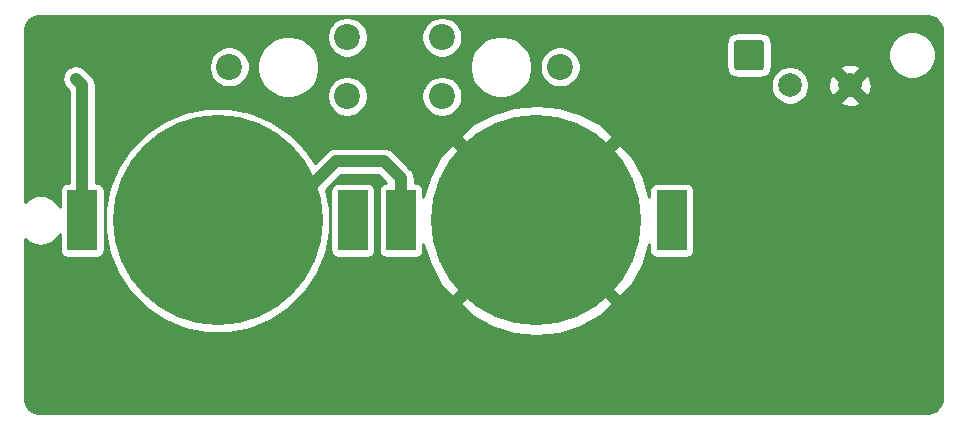
<source format=gbr>
%TF.GenerationSoftware,KiCad,Pcbnew,(5.1.12)-1*%
%TF.CreationDate,2021-12-21T10:33:20-05:00*%
%TF.ProjectId,stylophone,7374796c-6f70-4686-9f6e-652e6b696361,rev?*%
%TF.SameCoordinates,Original*%
%TF.FileFunction,Copper,L2,Bot*%
%TF.FilePolarity,Positive*%
%FSLAX46Y46*%
G04 Gerber Fmt 4.6, Leading zero omitted, Abs format (unit mm)*
G04 Created by KiCad (PCBNEW (5.1.12)-1) date 2021-12-21 10:33:20*
%MOMM*%
%LPD*%
G01*
G04 APERTURE LIST*
%TA.AperFunction,ComponentPad*%
%ADD10C,2.000000*%
%TD*%
%TA.AperFunction,SMDPad,CuDef*%
%ADD11C,17.800000*%
%TD*%
%TA.AperFunction,SMDPad,CuDef*%
%ADD12R,2.500000X5.100000*%
%TD*%
%TA.AperFunction,ComponentPad*%
%ADD13C,2.200000*%
%TD*%
%TA.AperFunction,ViaPad*%
%ADD14C,1.000000*%
%TD*%
%TA.AperFunction,Conductor*%
%ADD15C,1.000000*%
%TD*%
%TA.AperFunction,Conductor*%
%ADD16C,0.254000*%
%TD*%
%TA.AperFunction,Conductor*%
%ADD17C,0.100000*%
%TD*%
G04 APERTURE END LIST*
D10*
%TO.P,LS1,2*%
%TO.N,GND*%
X163540000Y-70570000D03*
%TO.P,LS1,1*%
%TO.N,Net-(C1-Pad1)*%
X158460000Y-70570000D03*
%TD*%
D11*
%TO.P,B2,2*%
%TO.N,GND*%
X137000000Y-82000000D03*
D12*
%TO.P,B2,*%
%TO.N,*%
X148450000Y-82000000D03*
%TO.P,B2,1*%
%TO.N,Net-(B1-Pad2)*%
X125550000Y-82000000D03*
%TD*%
D11*
%TO.P,B1,2*%
%TO.N,Net-(B1-Pad2)*%
X110000000Y-82000000D03*
D12*
%TO.P,B1,*%
%TO.N,*%
X121450000Y-82000000D03*
%TO.P,B1,1*%
%TO.N,Net-(B1-Pad1)*%
X98550000Y-82000000D03*
%TD*%
%TO.P,TP1,1*%
%TO.N,STYLUS*%
%TA.AperFunction,ComponentPad*%
G36*
G01*
X156025001Y-69275000D02*
X153974999Y-69275000D01*
G75*
G02*
X153725000Y-69025001I0J249999D01*
G01*
X153725000Y-66974999D01*
G75*
G02*
X153974999Y-66725000I249999J0D01*
G01*
X156025001Y-66725000D01*
G75*
G02*
X156275000Y-66974999I0J-249999D01*
G01*
X156275000Y-69025001D01*
G75*
G02*
X156025001Y-69275000I-249999J0D01*
G01*
G37*
%TD.AperFunction*%
%TD*%
D13*
%TO.P,VR2,1*%
%TO.N,Net-(R6-Pad1)*%
X129000000Y-66500000D03*
%TO.P,VR2,2*%
%TO.N,Net-(R5-Pad2)*%
X139000000Y-69000000D03*
%TO.P,VR2,3*%
%TO.N,Net-(R3-Pad2)*%
X129000000Y-71500000D03*
%TD*%
%TO.P,VR1,1*%
%TO.N,Net-(VR1-Pad1)*%
X121000000Y-71500000D03*
%TO.P,VR1,2*%
%TO.N,Net-(R1-Pad2)*%
X111000000Y-69000000D03*
%TO.P,VR1,3*%
%TO.N,STYLUS*%
X121000000Y-66500000D03*
%TD*%
D14*
%TO.N,GND*%
X144500000Y-79900000D03*
X159000000Y-79000000D03*
X156300000Y-79400000D03*
%TO.N,Net-(B1-Pad1)*%
X98000000Y-70000000D03*
%TD*%
D15*
%TO.N,Net-(B1-Pad2)*%
X110000000Y-82000000D02*
X115000000Y-82000000D01*
X115000000Y-82000000D02*
X120000000Y-77000000D01*
X125550000Y-78450000D02*
X125550000Y-82000000D01*
X124100000Y-77000000D02*
X125550000Y-78450000D01*
X120000000Y-77000000D02*
X124100000Y-77000000D01*
%TO.N,Net-(B1-Pad1)*%
X98550000Y-70550000D02*
X98000000Y-70000000D01*
X98550000Y-82000000D02*
X98550000Y-70550000D01*
%TD*%
D16*
%TO.N,GND*%
X170259659Y-64688625D02*
X170509429Y-64764035D01*
X170739792Y-64886522D01*
X170941980Y-65051422D01*
X171108286Y-65252450D01*
X171232378Y-65481954D01*
X171309531Y-65731195D01*
X171340000Y-66021089D01*
X171340001Y-96967711D01*
X171311375Y-97259660D01*
X171235965Y-97509429D01*
X171113477Y-97739794D01*
X170948579Y-97941979D01*
X170747546Y-98108288D01*
X170518046Y-98232378D01*
X170268805Y-98309531D01*
X169978911Y-98340000D01*
X95032279Y-98340000D01*
X94740340Y-98311375D01*
X94490571Y-98235965D01*
X94260206Y-98113477D01*
X94058021Y-97948579D01*
X93891712Y-97747546D01*
X93767622Y-97518046D01*
X93690469Y-97268805D01*
X93660000Y-96978911D01*
X93660000Y-83588547D01*
X93660655Y-83589345D01*
X93947683Y-83824903D01*
X94275152Y-83999939D01*
X94630476Y-84107725D01*
X95000000Y-84144120D01*
X95369523Y-84107725D01*
X95724847Y-83999939D01*
X96052317Y-83824903D01*
X96339345Y-83589345D01*
X96574903Y-83302317D01*
X96661928Y-83139505D01*
X96661928Y-84550000D01*
X96674188Y-84674482D01*
X96710498Y-84794180D01*
X96769463Y-84904494D01*
X96848815Y-85001185D01*
X96945506Y-85080537D01*
X97055820Y-85139502D01*
X97175518Y-85175812D01*
X97300000Y-85188072D01*
X99800000Y-85188072D01*
X99924482Y-85175812D01*
X100044180Y-85139502D01*
X100154494Y-85080537D01*
X100251185Y-85001185D01*
X100330537Y-84904494D01*
X100389502Y-84794180D01*
X100425812Y-84674482D01*
X100438072Y-84550000D01*
X100438072Y-81060884D01*
X100465000Y-81060884D01*
X100465000Y-82939116D01*
X100831424Y-84781257D01*
X101550192Y-86516516D01*
X102593682Y-88078208D01*
X103921792Y-89406318D01*
X105483484Y-90449808D01*
X107218743Y-91168576D01*
X109060884Y-91535000D01*
X110939116Y-91535000D01*
X112781257Y-91168576D01*
X114516516Y-90449808D01*
X116078208Y-89406318D01*
X116460805Y-89023721D01*
X130503781Y-89023721D01*
X131560897Y-90120869D01*
X133249711Y-91025945D01*
X135082646Y-91584159D01*
X136989264Y-91774059D01*
X138896295Y-91588348D01*
X140730452Y-91034162D01*
X142421250Y-90132798D01*
X142439103Y-90120869D01*
X143496219Y-89023721D01*
X137000000Y-82527502D01*
X130503781Y-89023721D01*
X116460805Y-89023721D01*
X117406318Y-88078208D01*
X118449808Y-86516516D01*
X119168576Y-84781257D01*
X119535000Y-82939116D01*
X119535000Y-81060884D01*
X119214576Y-79450000D01*
X119561928Y-79450000D01*
X119561928Y-84550000D01*
X119574188Y-84674482D01*
X119610498Y-84794180D01*
X119669463Y-84904494D01*
X119748815Y-85001185D01*
X119845506Y-85080537D01*
X119955820Y-85139502D01*
X120075518Y-85175812D01*
X120200000Y-85188072D01*
X122700000Y-85188072D01*
X122824482Y-85175812D01*
X122944180Y-85139502D01*
X123054494Y-85080537D01*
X123151185Y-85001185D01*
X123230537Y-84904494D01*
X123289502Y-84794180D01*
X123325812Y-84674482D01*
X123338072Y-84550000D01*
X123338072Y-79450000D01*
X123325812Y-79325518D01*
X123289502Y-79205820D01*
X123230537Y-79095506D01*
X123151185Y-78998815D01*
X123054494Y-78919463D01*
X122944180Y-78860498D01*
X122824482Y-78824188D01*
X122700000Y-78811928D01*
X120200000Y-78811928D01*
X120075518Y-78824188D01*
X119955820Y-78860498D01*
X119845506Y-78919463D01*
X119748815Y-78998815D01*
X119669463Y-79095506D01*
X119610498Y-79205820D01*
X119574188Y-79325518D01*
X119561928Y-79450000D01*
X119214576Y-79450000D01*
X119204713Y-79400418D01*
X120470132Y-78135000D01*
X123629869Y-78135000D01*
X124306796Y-78811928D01*
X124300000Y-78811928D01*
X124175518Y-78824188D01*
X124055820Y-78860498D01*
X123945506Y-78919463D01*
X123848815Y-78998815D01*
X123769463Y-79095506D01*
X123710498Y-79205820D01*
X123674188Y-79325518D01*
X123661928Y-79450000D01*
X123661928Y-84550000D01*
X123674188Y-84674482D01*
X123710498Y-84794180D01*
X123769463Y-84904494D01*
X123848815Y-85001185D01*
X123945506Y-85080537D01*
X124055820Y-85139502D01*
X124175518Y-85175812D01*
X124300000Y-85188072D01*
X126800000Y-85188072D01*
X126924482Y-85175812D01*
X127044180Y-85139502D01*
X127154494Y-85080537D01*
X127251185Y-85001185D01*
X127330537Y-84904494D01*
X127389502Y-84794180D01*
X127425812Y-84674482D01*
X127438072Y-84550000D01*
X127438072Y-83983736D01*
X127965838Y-85730452D01*
X128867202Y-87421250D01*
X128879131Y-87439103D01*
X129976279Y-88496219D01*
X136472498Y-82000000D01*
X137527502Y-82000000D01*
X144023721Y-88496219D01*
X145120869Y-87439103D01*
X146025945Y-85750289D01*
X146561928Y-83990351D01*
X146561928Y-84550000D01*
X146574188Y-84674482D01*
X146610498Y-84794180D01*
X146669463Y-84904494D01*
X146748815Y-85001185D01*
X146845506Y-85080537D01*
X146955820Y-85139502D01*
X147075518Y-85175812D01*
X147200000Y-85188072D01*
X149700000Y-85188072D01*
X149824482Y-85175812D01*
X149944180Y-85139502D01*
X150054494Y-85080537D01*
X150151185Y-85001185D01*
X150230537Y-84904494D01*
X150289502Y-84794180D01*
X150325812Y-84674482D01*
X150338072Y-84550000D01*
X150338072Y-79450000D01*
X150325812Y-79325518D01*
X150289502Y-79205820D01*
X150230537Y-79095506D01*
X150151185Y-78998815D01*
X150054494Y-78919463D01*
X149944180Y-78860498D01*
X149824482Y-78824188D01*
X149700000Y-78811928D01*
X147200000Y-78811928D01*
X147075518Y-78824188D01*
X146955820Y-78860498D01*
X146845506Y-78919463D01*
X146748815Y-78998815D01*
X146669463Y-79095506D01*
X146610498Y-79205820D01*
X146574188Y-79325518D01*
X146561928Y-79450000D01*
X146561928Y-80016264D01*
X146034162Y-78269548D01*
X145132798Y-76578750D01*
X145120869Y-76560897D01*
X144023721Y-75503781D01*
X137527502Y-82000000D01*
X136472498Y-82000000D01*
X129976279Y-75503781D01*
X128879131Y-76560897D01*
X127974055Y-78249711D01*
X127438072Y-80009649D01*
X127438072Y-79450000D01*
X127425812Y-79325518D01*
X127389502Y-79205820D01*
X127330537Y-79095506D01*
X127251185Y-78998815D01*
X127154494Y-78919463D01*
X127044180Y-78860498D01*
X126924482Y-78824188D01*
X126800000Y-78811928D01*
X126685000Y-78811928D01*
X126685000Y-78505752D01*
X126690491Y-78450000D01*
X126668577Y-78227501D01*
X126603676Y-78013553D01*
X126498284Y-77816377D01*
X126391989Y-77686856D01*
X126391987Y-77686854D01*
X126356449Y-77643551D01*
X126313146Y-77608013D01*
X124941995Y-76236864D01*
X124906449Y-76193551D01*
X124733623Y-76051716D01*
X124536447Y-75946324D01*
X124322499Y-75881423D01*
X124155752Y-75865000D01*
X124155751Y-75865000D01*
X124100000Y-75859509D01*
X124044249Y-75865000D01*
X120055752Y-75865000D01*
X120000000Y-75859509D01*
X119944248Y-75865000D01*
X119777501Y-75881423D01*
X119563553Y-75946324D01*
X119366377Y-76051716D01*
X119193551Y-76193551D01*
X119158009Y-76236859D01*
X118234146Y-77160723D01*
X117406318Y-75921792D01*
X116460805Y-74976279D01*
X130503781Y-74976279D01*
X137000000Y-81472498D01*
X143496219Y-74976279D01*
X142439103Y-73879131D01*
X140750289Y-72974055D01*
X138917354Y-72415841D01*
X137010736Y-72225941D01*
X135103705Y-72411652D01*
X133269548Y-72965838D01*
X131578750Y-73867202D01*
X131560897Y-73879131D01*
X130503781Y-74976279D01*
X116460805Y-74976279D01*
X116078208Y-74593682D01*
X114516516Y-73550192D01*
X112781257Y-72831424D01*
X110939116Y-72465000D01*
X109060884Y-72465000D01*
X107218743Y-72831424D01*
X105483484Y-73550192D01*
X103921792Y-74593682D01*
X102593682Y-75921792D01*
X101550192Y-77483484D01*
X100831424Y-79218743D01*
X100465000Y-81060884D01*
X100438072Y-81060884D01*
X100438072Y-79450000D01*
X100425812Y-79325518D01*
X100389502Y-79205820D01*
X100330537Y-79095506D01*
X100251185Y-78998815D01*
X100154494Y-78919463D01*
X100044180Y-78860498D01*
X99924482Y-78824188D01*
X99800000Y-78811928D01*
X99685000Y-78811928D01*
X99685000Y-70605741D01*
X99690490Y-70549999D01*
X99685000Y-70494257D01*
X99685000Y-70494248D01*
X99668577Y-70327501D01*
X99603676Y-70113553D01*
X99498284Y-69916377D01*
X99356449Y-69743551D01*
X99313135Y-69708004D01*
X98881614Y-69276483D01*
X98881612Y-69276480D01*
X98723520Y-69118388D01*
X98676921Y-69087251D01*
X98633622Y-69051717D01*
X98584224Y-69025313D01*
X98537624Y-68994176D01*
X98485845Y-68972728D01*
X98436446Y-68946324D01*
X98382845Y-68930064D01*
X98331067Y-68908617D01*
X98276103Y-68897684D01*
X98222498Y-68881423D01*
X98166748Y-68875932D01*
X98111788Y-68865000D01*
X98055751Y-68865000D01*
X98000000Y-68859509D01*
X97944249Y-68865000D01*
X97888212Y-68865000D01*
X97833252Y-68875932D01*
X97777502Y-68881423D01*
X97723897Y-68897684D01*
X97668933Y-68908617D01*
X97617155Y-68930064D01*
X97563554Y-68946324D01*
X97514155Y-68972728D01*
X97462376Y-68994176D01*
X97415776Y-69025313D01*
X97366378Y-69051717D01*
X97323080Y-69087251D01*
X97276480Y-69118388D01*
X97236849Y-69158019D01*
X97193552Y-69193552D01*
X97158019Y-69236849D01*
X97118388Y-69276480D01*
X97087251Y-69323080D01*
X97051717Y-69366378D01*
X97025313Y-69415776D01*
X96994176Y-69462376D01*
X96972728Y-69514155D01*
X96946324Y-69563554D01*
X96930064Y-69617155D01*
X96908617Y-69668933D01*
X96897684Y-69723897D01*
X96881423Y-69777502D01*
X96875932Y-69833252D01*
X96865000Y-69888212D01*
X96865000Y-69944249D01*
X96859509Y-70000000D01*
X96865000Y-70055751D01*
X96865000Y-70111788D01*
X96875932Y-70166748D01*
X96881423Y-70222498D01*
X96897684Y-70276103D01*
X96908617Y-70331067D01*
X96930064Y-70382845D01*
X96946324Y-70436446D01*
X96972728Y-70485845D01*
X96994176Y-70537624D01*
X97025313Y-70584224D01*
X97051717Y-70633622D01*
X97087251Y-70676921D01*
X97118388Y-70723520D01*
X97276480Y-70881612D01*
X97276483Y-70881614D01*
X97415001Y-71020132D01*
X97415000Y-78811928D01*
X97300000Y-78811928D01*
X97175518Y-78824188D01*
X97055820Y-78860498D01*
X96945506Y-78919463D01*
X96848815Y-78998815D01*
X96769463Y-79095506D01*
X96710498Y-79205820D01*
X96674188Y-79325518D01*
X96661928Y-79450000D01*
X96661928Y-80860495D01*
X96574903Y-80697683D01*
X96339345Y-80410655D01*
X96052317Y-80175097D01*
X95724848Y-80000061D01*
X95369524Y-79892275D01*
X95000000Y-79855880D01*
X94630477Y-79892275D01*
X94275153Y-80000061D01*
X93947684Y-80175097D01*
X93660655Y-80410655D01*
X93660000Y-80411453D01*
X93660000Y-68829117D01*
X109265000Y-68829117D01*
X109265000Y-69170883D01*
X109331675Y-69506081D01*
X109462463Y-69821831D01*
X109652337Y-70105998D01*
X109894002Y-70347663D01*
X110178169Y-70537537D01*
X110493919Y-70668325D01*
X110829117Y-70735000D01*
X111170883Y-70735000D01*
X111506081Y-70668325D01*
X111821831Y-70537537D01*
X112105998Y-70347663D01*
X112347663Y-70105998D01*
X112537537Y-69821831D01*
X112668325Y-69506081D01*
X112735000Y-69170883D01*
X112735000Y-68829117D01*
X112717369Y-68740475D01*
X113365000Y-68740475D01*
X113365000Y-69259525D01*
X113466261Y-69768601D01*
X113664893Y-70248141D01*
X113953262Y-70679715D01*
X114320285Y-71046738D01*
X114751859Y-71335107D01*
X115231399Y-71533739D01*
X115740475Y-71635000D01*
X116259525Y-71635000D01*
X116768601Y-71533739D01*
X117248141Y-71335107D01*
X117257105Y-71329117D01*
X119265000Y-71329117D01*
X119265000Y-71670883D01*
X119331675Y-72006081D01*
X119462463Y-72321831D01*
X119652337Y-72605998D01*
X119894002Y-72847663D01*
X120178169Y-73037537D01*
X120493919Y-73168325D01*
X120829117Y-73235000D01*
X121170883Y-73235000D01*
X121506081Y-73168325D01*
X121821831Y-73037537D01*
X122105998Y-72847663D01*
X122347663Y-72605998D01*
X122537537Y-72321831D01*
X122668325Y-72006081D01*
X122735000Y-71670883D01*
X122735000Y-71329117D01*
X127265000Y-71329117D01*
X127265000Y-71670883D01*
X127331675Y-72006081D01*
X127462463Y-72321831D01*
X127652337Y-72605998D01*
X127894002Y-72847663D01*
X128178169Y-73037537D01*
X128493919Y-73168325D01*
X128829117Y-73235000D01*
X129170883Y-73235000D01*
X129506081Y-73168325D01*
X129821831Y-73037537D01*
X130105998Y-72847663D01*
X130347663Y-72605998D01*
X130537537Y-72321831D01*
X130668325Y-72006081D01*
X130735000Y-71670883D01*
X130735000Y-71329117D01*
X130668325Y-70993919D01*
X130537537Y-70678169D01*
X130347663Y-70394002D01*
X130105998Y-70152337D01*
X129821831Y-69962463D01*
X129506081Y-69831675D01*
X129170883Y-69765000D01*
X128829117Y-69765000D01*
X128493919Y-69831675D01*
X128178169Y-69962463D01*
X127894002Y-70152337D01*
X127652337Y-70394002D01*
X127462463Y-70678169D01*
X127331675Y-70993919D01*
X127265000Y-71329117D01*
X122735000Y-71329117D01*
X122668325Y-70993919D01*
X122537537Y-70678169D01*
X122347663Y-70394002D01*
X122105998Y-70152337D01*
X121821831Y-69962463D01*
X121506081Y-69831675D01*
X121170883Y-69765000D01*
X120829117Y-69765000D01*
X120493919Y-69831675D01*
X120178169Y-69962463D01*
X119894002Y-70152337D01*
X119652337Y-70394002D01*
X119462463Y-70678169D01*
X119331675Y-70993919D01*
X119265000Y-71329117D01*
X117257105Y-71329117D01*
X117679715Y-71046738D01*
X118046738Y-70679715D01*
X118335107Y-70248141D01*
X118533739Y-69768601D01*
X118635000Y-69259525D01*
X118635000Y-68740475D01*
X131365000Y-68740475D01*
X131365000Y-69259525D01*
X131466261Y-69768601D01*
X131664893Y-70248141D01*
X131953262Y-70679715D01*
X132320285Y-71046738D01*
X132751859Y-71335107D01*
X133231399Y-71533739D01*
X133740475Y-71635000D01*
X134259525Y-71635000D01*
X134768601Y-71533739D01*
X135248141Y-71335107D01*
X135679715Y-71046738D01*
X136046738Y-70679715D01*
X136335107Y-70248141D01*
X136533739Y-69768601D01*
X136635000Y-69259525D01*
X136635000Y-68829117D01*
X137265000Y-68829117D01*
X137265000Y-69170883D01*
X137331675Y-69506081D01*
X137462463Y-69821831D01*
X137652337Y-70105998D01*
X137894002Y-70347663D01*
X138178169Y-70537537D01*
X138493919Y-70668325D01*
X138829117Y-70735000D01*
X139170883Y-70735000D01*
X139506081Y-70668325D01*
X139821831Y-70537537D01*
X140014249Y-70408967D01*
X156825000Y-70408967D01*
X156825000Y-70731033D01*
X156887832Y-71046912D01*
X157011082Y-71344463D01*
X157190013Y-71612252D01*
X157417748Y-71839987D01*
X157685537Y-72018918D01*
X157983088Y-72142168D01*
X158298967Y-72205000D01*
X158621033Y-72205000D01*
X158936912Y-72142168D01*
X159234463Y-72018918D01*
X159329986Y-71955091D01*
X162682411Y-71955091D01*
X162785191Y-72243491D01*
X163126176Y-72358591D01*
X163483065Y-72404956D01*
X163842141Y-72380806D01*
X164189606Y-72287067D01*
X164294809Y-72243491D01*
X164397589Y-71955091D01*
X163540000Y-71097502D01*
X162682411Y-71955091D01*
X159329986Y-71955091D01*
X159502252Y-71839987D01*
X159729987Y-71612252D01*
X159908918Y-71344463D01*
X160032168Y-71046912D01*
X160095000Y-70731033D01*
X160095000Y-70513065D01*
X161705044Y-70513065D01*
X161729194Y-70872141D01*
X161822933Y-71219606D01*
X161866509Y-71324809D01*
X162154909Y-71427589D01*
X163012498Y-70570000D01*
X164067502Y-70570000D01*
X164925091Y-71427589D01*
X165213491Y-71324809D01*
X165328591Y-70983824D01*
X165374956Y-70626935D01*
X165350806Y-70267859D01*
X165257067Y-69920394D01*
X165213491Y-69815191D01*
X164925091Y-69712411D01*
X164067502Y-70570000D01*
X163012498Y-70570000D01*
X162154909Y-69712411D01*
X161866509Y-69815191D01*
X161751409Y-70156176D01*
X161705044Y-70513065D01*
X160095000Y-70513065D01*
X160095000Y-70408967D01*
X160032168Y-70093088D01*
X159908918Y-69795537D01*
X159729987Y-69527748D01*
X159502252Y-69300013D01*
X159329987Y-69184909D01*
X162682411Y-69184909D01*
X163540000Y-70042498D01*
X164397589Y-69184909D01*
X164294809Y-68896509D01*
X163953824Y-68781409D01*
X163596935Y-68735044D01*
X163237859Y-68759194D01*
X162890394Y-68852933D01*
X162785191Y-68896509D01*
X162682411Y-69184909D01*
X159329987Y-69184909D01*
X159234463Y-69121082D01*
X158936912Y-68997832D01*
X158621033Y-68935000D01*
X158298967Y-68935000D01*
X157983088Y-68997832D01*
X157685537Y-69121082D01*
X157417748Y-69300013D01*
X157190013Y-69527748D01*
X157011082Y-69795537D01*
X156887832Y-70093088D01*
X156825000Y-70408967D01*
X140014249Y-70408967D01*
X140105998Y-70347663D01*
X140347663Y-70105998D01*
X140537537Y-69821831D01*
X140668325Y-69506081D01*
X140735000Y-69170883D01*
X140735000Y-68829117D01*
X140668325Y-68493919D01*
X140537537Y-68178169D01*
X140347663Y-67894002D01*
X140105998Y-67652337D01*
X139821831Y-67462463D01*
X139506081Y-67331675D01*
X139170883Y-67265000D01*
X138829117Y-67265000D01*
X138493919Y-67331675D01*
X138178169Y-67462463D01*
X137894002Y-67652337D01*
X137652337Y-67894002D01*
X137462463Y-68178169D01*
X137331675Y-68493919D01*
X137265000Y-68829117D01*
X136635000Y-68829117D01*
X136635000Y-68740475D01*
X136533739Y-68231399D01*
X136335107Y-67751859D01*
X136046738Y-67320285D01*
X135701452Y-66974999D01*
X153086928Y-66974999D01*
X153086928Y-69025001D01*
X153103992Y-69198255D01*
X153154528Y-69364851D01*
X153236595Y-69518387D01*
X153347038Y-69652962D01*
X153481613Y-69763405D01*
X153635149Y-69845472D01*
X153801745Y-69896008D01*
X153974999Y-69913072D01*
X156025001Y-69913072D01*
X156198255Y-69896008D01*
X156364851Y-69845472D01*
X156518387Y-69763405D01*
X156652962Y-69652962D01*
X156763405Y-69518387D01*
X156845472Y-69364851D01*
X156896008Y-69198255D01*
X156913072Y-69025001D01*
X156913072Y-67799570D01*
X166765000Y-67799570D01*
X166765000Y-68200430D01*
X166843204Y-68593587D01*
X166996607Y-68963934D01*
X167219313Y-69297237D01*
X167502763Y-69580687D01*
X167836066Y-69803393D01*
X168206413Y-69956796D01*
X168599570Y-70035000D01*
X169000430Y-70035000D01*
X169393587Y-69956796D01*
X169763934Y-69803393D01*
X170097237Y-69580687D01*
X170380687Y-69297237D01*
X170603393Y-68963934D01*
X170756796Y-68593587D01*
X170835000Y-68200430D01*
X170835000Y-67799570D01*
X170756796Y-67406413D01*
X170603393Y-67036066D01*
X170380687Y-66702763D01*
X170097237Y-66419313D01*
X169763934Y-66196607D01*
X169393587Y-66043204D01*
X169000430Y-65965000D01*
X168599570Y-65965000D01*
X168206413Y-66043204D01*
X167836066Y-66196607D01*
X167502763Y-66419313D01*
X167219313Y-66702763D01*
X166996607Y-67036066D01*
X166843204Y-67406413D01*
X166765000Y-67799570D01*
X156913072Y-67799570D01*
X156913072Y-66974999D01*
X156896008Y-66801745D01*
X156845472Y-66635149D01*
X156763405Y-66481613D01*
X156652962Y-66347038D01*
X156518387Y-66236595D01*
X156364851Y-66154528D01*
X156198255Y-66103992D01*
X156025001Y-66086928D01*
X153974999Y-66086928D01*
X153801745Y-66103992D01*
X153635149Y-66154528D01*
X153481613Y-66236595D01*
X153347038Y-66347038D01*
X153236595Y-66481613D01*
X153154528Y-66635149D01*
X153103992Y-66801745D01*
X153086928Y-66974999D01*
X135701452Y-66974999D01*
X135679715Y-66953262D01*
X135248141Y-66664893D01*
X134768601Y-66466261D01*
X134259525Y-66365000D01*
X133740475Y-66365000D01*
X133231399Y-66466261D01*
X132751859Y-66664893D01*
X132320285Y-66953262D01*
X131953262Y-67320285D01*
X131664893Y-67751859D01*
X131466261Y-68231399D01*
X131365000Y-68740475D01*
X118635000Y-68740475D01*
X118533739Y-68231399D01*
X118335107Y-67751859D01*
X118046738Y-67320285D01*
X117679715Y-66953262D01*
X117248141Y-66664893D01*
X116768601Y-66466261D01*
X116259525Y-66365000D01*
X115740475Y-66365000D01*
X115231399Y-66466261D01*
X114751859Y-66664893D01*
X114320285Y-66953262D01*
X113953262Y-67320285D01*
X113664893Y-67751859D01*
X113466261Y-68231399D01*
X113365000Y-68740475D01*
X112717369Y-68740475D01*
X112668325Y-68493919D01*
X112537537Y-68178169D01*
X112347663Y-67894002D01*
X112105998Y-67652337D01*
X111821831Y-67462463D01*
X111506081Y-67331675D01*
X111170883Y-67265000D01*
X110829117Y-67265000D01*
X110493919Y-67331675D01*
X110178169Y-67462463D01*
X109894002Y-67652337D01*
X109652337Y-67894002D01*
X109462463Y-68178169D01*
X109331675Y-68493919D01*
X109265000Y-68829117D01*
X93660000Y-68829117D01*
X93660000Y-66329117D01*
X119265000Y-66329117D01*
X119265000Y-66670883D01*
X119331675Y-67006081D01*
X119462463Y-67321831D01*
X119652337Y-67605998D01*
X119894002Y-67847663D01*
X120178169Y-68037537D01*
X120493919Y-68168325D01*
X120829117Y-68235000D01*
X121170883Y-68235000D01*
X121506081Y-68168325D01*
X121821831Y-68037537D01*
X122105998Y-67847663D01*
X122347663Y-67605998D01*
X122537537Y-67321831D01*
X122668325Y-67006081D01*
X122735000Y-66670883D01*
X122735000Y-66329117D01*
X127265000Y-66329117D01*
X127265000Y-66670883D01*
X127331675Y-67006081D01*
X127462463Y-67321831D01*
X127652337Y-67605998D01*
X127894002Y-67847663D01*
X128178169Y-68037537D01*
X128493919Y-68168325D01*
X128829117Y-68235000D01*
X129170883Y-68235000D01*
X129506081Y-68168325D01*
X129821831Y-68037537D01*
X130105998Y-67847663D01*
X130347663Y-67605998D01*
X130537537Y-67321831D01*
X130668325Y-67006081D01*
X130735000Y-66670883D01*
X130735000Y-66329117D01*
X130668325Y-65993919D01*
X130537537Y-65678169D01*
X130347663Y-65394002D01*
X130105998Y-65152337D01*
X129821831Y-64962463D01*
X129506081Y-64831675D01*
X129170883Y-64765000D01*
X128829117Y-64765000D01*
X128493919Y-64831675D01*
X128178169Y-64962463D01*
X127894002Y-65152337D01*
X127652337Y-65394002D01*
X127462463Y-65678169D01*
X127331675Y-65993919D01*
X127265000Y-66329117D01*
X122735000Y-66329117D01*
X122668325Y-65993919D01*
X122537537Y-65678169D01*
X122347663Y-65394002D01*
X122105998Y-65152337D01*
X121821831Y-64962463D01*
X121506081Y-64831675D01*
X121170883Y-64765000D01*
X120829117Y-64765000D01*
X120493919Y-64831675D01*
X120178169Y-64962463D01*
X119894002Y-65152337D01*
X119652337Y-65394002D01*
X119462463Y-65678169D01*
X119331675Y-65993919D01*
X119265000Y-66329117D01*
X93660000Y-66329117D01*
X93660000Y-66032279D01*
X93688625Y-65740341D01*
X93764035Y-65490571D01*
X93886522Y-65260208D01*
X94051422Y-65058020D01*
X94252450Y-64891714D01*
X94481954Y-64767622D01*
X94731195Y-64690469D01*
X95021088Y-64660000D01*
X169967721Y-64660000D01*
X170259659Y-64688625D01*
%TA.AperFunction,Conductor*%
D17*
G36*
X170259659Y-64688625D02*
G01*
X170509429Y-64764035D01*
X170739792Y-64886522D01*
X170941980Y-65051422D01*
X171108286Y-65252450D01*
X171232378Y-65481954D01*
X171309531Y-65731195D01*
X171340000Y-66021089D01*
X171340001Y-96967711D01*
X171311375Y-97259660D01*
X171235965Y-97509429D01*
X171113477Y-97739794D01*
X170948579Y-97941979D01*
X170747546Y-98108288D01*
X170518046Y-98232378D01*
X170268805Y-98309531D01*
X169978911Y-98340000D01*
X95032279Y-98340000D01*
X94740340Y-98311375D01*
X94490571Y-98235965D01*
X94260206Y-98113477D01*
X94058021Y-97948579D01*
X93891712Y-97747546D01*
X93767622Y-97518046D01*
X93690469Y-97268805D01*
X93660000Y-96978911D01*
X93660000Y-83588547D01*
X93660655Y-83589345D01*
X93947683Y-83824903D01*
X94275152Y-83999939D01*
X94630476Y-84107725D01*
X95000000Y-84144120D01*
X95369523Y-84107725D01*
X95724847Y-83999939D01*
X96052317Y-83824903D01*
X96339345Y-83589345D01*
X96574903Y-83302317D01*
X96661928Y-83139505D01*
X96661928Y-84550000D01*
X96674188Y-84674482D01*
X96710498Y-84794180D01*
X96769463Y-84904494D01*
X96848815Y-85001185D01*
X96945506Y-85080537D01*
X97055820Y-85139502D01*
X97175518Y-85175812D01*
X97300000Y-85188072D01*
X99800000Y-85188072D01*
X99924482Y-85175812D01*
X100044180Y-85139502D01*
X100154494Y-85080537D01*
X100251185Y-85001185D01*
X100330537Y-84904494D01*
X100389502Y-84794180D01*
X100425812Y-84674482D01*
X100438072Y-84550000D01*
X100438072Y-81060884D01*
X100465000Y-81060884D01*
X100465000Y-82939116D01*
X100831424Y-84781257D01*
X101550192Y-86516516D01*
X102593682Y-88078208D01*
X103921792Y-89406318D01*
X105483484Y-90449808D01*
X107218743Y-91168576D01*
X109060884Y-91535000D01*
X110939116Y-91535000D01*
X112781257Y-91168576D01*
X114516516Y-90449808D01*
X116078208Y-89406318D01*
X116460805Y-89023721D01*
X130503781Y-89023721D01*
X131560897Y-90120869D01*
X133249711Y-91025945D01*
X135082646Y-91584159D01*
X136989264Y-91774059D01*
X138896295Y-91588348D01*
X140730452Y-91034162D01*
X142421250Y-90132798D01*
X142439103Y-90120869D01*
X143496219Y-89023721D01*
X137000000Y-82527502D01*
X130503781Y-89023721D01*
X116460805Y-89023721D01*
X117406318Y-88078208D01*
X118449808Y-86516516D01*
X119168576Y-84781257D01*
X119535000Y-82939116D01*
X119535000Y-81060884D01*
X119214576Y-79450000D01*
X119561928Y-79450000D01*
X119561928Y-84550000D01*
X119574188Y-84674482D01*
X119610498Y-84794180D01*
X119669463Y-84904494D01*
X119748815Y-85001185D01*
X119845506Y-85080537D01*
X119955820Y-85139502D01*
X120075518Y-85175812D01*
X120200000Y-85188072D01*
X122700000Y-85188072D01*
X122824482Y-85175812D01*
X122944180Y-85139502D01*
X123054494Y-85080537D01*
X123151185Y-85001185D01*
X123230537Y-84904494D01*
X123289502Y-84794180D01*
X123325812Y-84674482D01*
X123338072Y-84550000D01*
X123338072Y-79450000D01*
X123325812Y-79325518D01*
X123289502Y-79205820D01*
X123230537Y-79095506D01*
X123151185Y-78998815D01*
X123054494Y-78919463D01*
X122944180Y-78860498D01*
X122824482Y-78824188D01*
X122700000Y-78811928D01*
X120200000Y-78811928D01*
X120075518Y-78824188D01*
X119955820Y-78860498D01*
X119845506Y-78919463D01*
X119748815Y-78998815D01*
X119669463Y-79095506D01*
X119610498Y-79205820D01*
X119574188Y-79325518D01*
X119561928Y-79450000D01*
X119214576Y-79450000D01*
X119204713Y-79400418D01*
X120470132Y-78135000D01*
X123629869Y-78135000D01*
X124306796Y-78811928D01*
X124300000Y-78811928D01*
X124175518Y-78824188D01*
X124055820Y-78860498D01*
X123945506Y-78919463D01*
X123848815Y-78998815D01*
X123769463Y-79095506D01*
X123710498Y-79205820D01*
X123674188Y-79325518D01*
X123661928Y-79450000D01*
X123661928Y-84550000D01*
X123674188Y-84674482D01*
X123710498Y-84794180D01*
X123769463Y-84904494D01*
X123848815Y-85001185D01*
X123945506Y-85080537D01*
X124055820Y-85139502D01*
X124175518Y-85175812D01*
X124300000Y-85188072D01*
X126800000Y-85188072D01*
X126924482Y-85175812D01*
X127044180Y-85139502D01*
X127154494Y-85080537D01*
X127251185Y-85001185D01*
X127330537Y-84904494D01*
X127389502Y-84794180D01*
X127425812Y-84674482D01*
X127438072Y-84550000D01*
X127438072Y-83983736D01*
X127965838Y-85730452D01*
X128867202Y-87421250D01*
X128879131Y-87439103D01*
X129976279Y-88496219D01*
X136472498Y-82000000D01*
X137527502Y-82000000D01*
X144023721Y-88496219D01*
X145120869Y-87439103D01*
X146025945Y-85750289D01*
X146561928Y-83990351D01*
X146561928Y-84550000D01*
X146574188Y-84674482D01*
X146610498Y-84794180D01*
X146669463Y-84904494D01*
X146748815Y-85001185D01*
X146845506Y-85080537D01*
X146955820Y-85139502D01*
X147075518Y-85175812D01*
X147200000Y-85188072D01*
X149700000Y-85188072D01*
X149824482Y-85175812D01*
X149944180Y-85139502D01*
X150054494Y-85080537D01*
X150151185Y-85001185D01*
X150230537Y-84904494D01*
X150289502Y-84794180D01*
X150325812Y-84674482D01*
X150338072Y-84550000D01*
X150338072Y-79450000D01*
X150325812Y-79325518D01*
X150289502Y-79205820D01*
X150230537Y-79095506D01*
X150151185Y-78998815D01*
X150054494Y-78919463D01*
X149944180Y-78860498D01*
X149824482Y-78824188D01*
X149700000Y-78811928D01*
X147200000Y-78811928D01*
X147075518Y-78824188D01*
X146955820Y-78860498D01*
X146845506Y-78919463D01*
X146748815Y-78998815D01*
X146669463Y-79095506D01*
X146610498Y-79205820D01*
X146574188Y-79325518D01*
X146561928Y-79450000D01*
X146561928Y-80016264D01*
X146034162Y-78269548D01*
X145132798Y-76578750D01*
X145120869Y-76560897D01*
X144023721Y-75503781D01*
X137527502Y-82000000D01*
X136472498Y-82000000D01*
X129976279Y-75503781D01*
X128879131Y-76560897D01*
X127974055Y-78249711D01*
X127438072Y-80009649D01*
X127438072Y-79450000D01*
X127425812Y-79325518D01*
X127389502Y-79205820D01*
X127330537Y-79095506D01*
X127251185Y-78998815D01*
X127154494Y-78919463D01*
X127044180Y-78860498D01*
X126924482Y-78824188D01*
X126800000Y-78811928D01*
X126685000Y-78811928D01*
X126685000Y-78505752D01*
X126690491Y-78450000D01*
X126668577Y-78227501D01*
X126603676Y-78013553D01*
X126498284Y-77816377D01*
X126391989Y-77686856D01*
X126391987Y-77686854D01*
X126356449Y-77643551D01*
X126313146Y-77608013D01*
X124941995Y-76236864D01*
X124906449Y-76193551D01*
X124733623Y-76051716D01*
X124536447Y-75946324D01*
X124322499Y-75881423D01*
X124155752Y-75865000D01*
X124155751Y-75865000D01*
X124100000Y-75859509D01*
X124044249Y-75865000D01*
X120055752Y-75865000D01*
X120000000Y-75859509D01*
X119944248Y-75865000D01*
X119777501Y-75881423D01*
X119563553Y-75946324D01*
X119366377Y-76051716D01*
X119193551Y-76193551D01*
X119158009Y-76236859D01*
X118234146Y-77160723D01*
X117406318Y-75921792D01*
X116460805Y-74976279D01*
X130503781Y-74976279D01*
X137000000Y-81472498D01*
X143496219Y-74976279D01*
X142439103Y-73879131D01*
X140750289Y-72974055D01*
X138917354Y-72415841D01*
X137010736Y-72225941D01*
X135103705Y-72411652D01*
X133269548Y-72965838D01*
X131578750Y-73867202D01*
X131560897Y-73879131D01*
X130503781Y-74976279D01*
X116460805Y-74976279D01*
X116078208Y-74593682D01*
X114516516Y-73550192D01*
X112781257Y-72831424D01*
X110939116Y-72465000D01*
X109060884Y-72465000D01*
X107218743Y-72831424D01*
X105483484Y-73550192D01*
X103921792Y-74593682D01*
X102593682Y-75921792D01*
X101550192Y-77483484D01*
X100831424Y-79218743D01*
X100465000Y-81060884D01*
X100438072Y-81060884D01*
X100438072Y-79450000D01*
X100425812Y-79325518D01*
X100389502Y-79205820D01*
X100330537Y-79095506D01*
X100251185Y-78998815D01*
X100154494Y-78919463D01*
X100044180Y-78860498D01*
X99924482Y-78824188D01*
X99800000Y-78811928D01*
X99685000Y-78811928D01*
X99685000Y-70605741D01*
X99690490Y-70549999D01*
X99685000Y-70494257D01*
X99685000Y-70494248D01*
X99668577Y-70327501D01*
X99603676Y-70113553D01*
X99498284Y-69916377D01*
X99356449Y-69743551D01*
X99313135Y-69708004D01*
X98881614Y-69276483D01*
X98881612Y-69276480D01*
X98723520Y-69118388D01*
X98676921Y-69087251D01*
X98633622Y-69051717D01*
X98584224Y-69025313D01*
X98537624Y-68994176D01*
X98485845Y-68972728D01*
X98436446Y-68946324D01*
X98382845Y-68930064D01*
X98331067Y-68908617D01*
X98276103Y-68897684D01*
X98222498Y-68881423D01*
X98166748Y-68875932D01*
X98111788Y-68865000D01*
X98055751Y-68865000D01*
X98000000Y-68859509D01*
X97944249Y-68865000D01*
X97888212Y-68865000D01*
X97833252Y-68875932D01*
X97777502Y-68881423D01*
X97723897Y-68897684D01*
X97668933Y-68908617D01*
X97617155Y-68930064D01*
X97563554Y-68946324D01*
X97514155Y-68972728D01*
X97462376Y-68994176D01*
X97415776Y-69025313D01*
X97366378Y-69051717D01*
X97323080Y-69087251D01*
X97276480Y-69118388D01*
X97236849Y-69158019D01*
X97193552Y-69193552D01*
X97158019Y-69236849D01*
X97118388Y-69276480D01*
X97087251Y-69323080D01*
X97051717Y-69366378D01*
X97025313Y-69415776D01*
X96994176Y-69462376D01*
X96972728Y-69514155D01*
X96946324Y-69563554D01*
X96930064Y-69617155D01*
X96908617Y-69668933D01*
X96897684Y-69723897D01*
X96881423Y-69777502D01*
X96875932Y-69833252D01*
X96865000Y-69888212D01*
X96865000Y-69944249D01*
X96859509Y-70000000D01*
X96865000Y-70055751D01*
X96865000Y-70111788D01*
X96875932Y-70166748D01*
X96881423Y-70222498D01*
X96897684Y-70276103D01*
X96908617Y-70331067D01*
X96930064Y-70382845D01*
X96946324Y-70436446D01*
X96972728Y-70485845D01*
X96994176Y-70537624D01*
X97025313Y-70584224D01*
X97051717Y-70633622D01*
X97087251Y-70676921D01*
X97118388Y-70723520D01*
X97276480Y-70881612D01*
X97276483Y-70881614D01*
X97415001Y-71020132D01*
X97415000Y-78811928D01*
X97300000Y-78811928D01*
X97175518Y-78824188D01*
X97055820Y-78860498D01*
X96945506Y-78919463D01*
X96848815Y-78998815D01*
X96769463Y-79095506D01*
X96710498Y-79205820D01*
X96674188Y-79325518D01*
X96661928Y-79450000D01*
X96661928Y-80860495D01*
X96574903Y-80697683D01*
X96339345Y-80410655D01*
X96052317Y-80175097D01*
X95724848Y-80000061D01*
X95369524Y-79892275D01*
X95000000Y-79855880D01*
X94630477Y-79892275D01*
X94275153Y-80000061D01*
X93947684Y-80175097D01*
X93660655Y-80410655D01*
X93660000Y-80411453D01*
X93660000Y-68829117D01*
X109265000Y-68829117D01*
X109265000Y-69170883D01*
X109331675Y-69506081D01*
X109462463Y-69821831D01*
X109652337Y-70105998D01*
X109894002Y-70347663D01*
X110178169Y-70537537D01*
X110493919Y-70668325D01*
X110829117Y-70735000D01*
X111170883Y-70735000D01*
X111506081Y-70668325D01*
X111821831Y-70537537D01*
X112105998Y-70347663D01*
X112347663Y-70105998D01*
X112537537Y-69821831D01*
X112668325Y-69506081D01*
X112735000Y-69170883D01*
X112735000Y-68829117D01*
X112717369Y-68740475D01*
X113365000Y-68740475D01*
X113365000Y-69259525D01*
X113466261Y-69768601D01*
X113664893Y-70248141D01*
X113953262Y-70679715D01*
X114320285Y-71046738D01*
X114751859Y-71335107D01*
X115231399Y-71533739D01*
X115740475Y-71635000D01*
X116259525Y-71635000D01*
X116768601Y-71533739D01*
X117248141Y-71335107D01*
X117257105Y-71329117D01*
X119265000Y-71329117D01*
X119265000Y-71670883D01*
X119331675Y-72006081D01*
X119462463Y-72321831D01*
X119652337Y-72605998D01*
X119894002Y-72847663D01*
X120178169Y-73037537D01*
X120493919Y-73168325D01*
X120829117Y-73235000D01*
X121170883Y-73235000D01*
X121506081Y-73168325D01*
X121821831Y-73037537D01*
X122105998Y-72847663D01*
X122347663Y-72605998D01*
X122537537Y-72321831D01*
X122668325Y-72006081D01*
X122735000Y-71670883D01*
X122735000Y-71329117D01*
X127265000Y-71329117D01*
X127265000Y-71670883D01*
X127331675Y-72006081D01*
X127462463Y-72321831D01*
X127652337Y-72605998D01*
X127894002Y-72847663D01*
X128178169Y-73037537D01*
X128493919Y-73168325D01*
X128829117Y-73235000D01*
X129170883Y-73235000D01*
X129506081Y-73168325D01*
X129821831Y-73037537D01*
X130105998Y-72847663D01*
X130347663Y-72605998D01*
X130537537Y-72321831D01*
X130668325Y-72006081D01*
X130735000Y-71670883D01*
X130735000Y-71329117D01*
X130668325Y-70993919D01*
X130537537Y-70678169D01*
X130347663Y-70394002D01*
X130105998Y-70152337D01*
X129821831Y-69962463D01*
X129506081Y-69831675D01*
X129170883Y-69765000D01*
X128829117Y-69765000D01*
X128493919Y-69831675D01*
X128178169Y-69962463D01*
X127894002Y-70152337D01*
X127652337Y-70394002D01*
X127462463Y-70678169D01*
X127331675Y-70993919D01*
X127265000Y-71329117D01*
X122735000Y-71329117D01*
X122668325Y-70993919D01*
X122537537Y-70678169D01*
X122347663Y-70394002D01*
X122105998Y-70152337D01*
X121821831Y-69962463D01*
X121506081Y-69831675D01*
X121170883Y-69765000D01*
X120829117Y-69765000D01*
X120493919Y-69831675D01*
X120178169Y-69962463D01*
X119894002Y-70152337D01*
X119652337Y-70394002D01*
X119462463Y-70678169D01*
X119331675Y-70993919D01*
X119265000Y-71329117D01*
X117257105Y-71329117D01*
X117679715Y-71046738D01*
X118046738Y-70679715D01*
X118335107Y-70248141D01*
X118533739Y-69768601D01*
X118635000Y-69259525D01*
X118635000Y-68740475D01*
X131365000Y-68740475D01*
X131365000Y-69259525D01*
X131466261Y-69768601D01*
X131664893Y-70248141D01*
X131953262Y-70679715D01*
X132320285Y-71046738D01*
X132751859Y-71335107D01*
X133231399Y-71533739D01*
X133740475Y-71635000D01*
X134259525Y-71635000D01*
X134768601Y-71533739D01*
X135248141Y-71335107D01*
X135679715Y-71046738D01*
X136046738Y-70679715D01*
X136335107Y-70248141D01*
X136533739Y-69768601D01*
X136635000Y-69259525D01*
X136635000Y-68829117D01*
X137265000Y-68829117D01*
X137265000Y-69170883D01*
X137331675Y-69506081D01*
X137462463Y-69821831D01*
X137652337Y-70105998D01*
X137894002Y-70347663D01*
X138178169Y-70537537D01*
X138493919Y-70668325D01*
X138829117Y-70735000D01*
X139170883Y-70735000D01*
X139506081Y-70668325D01*
X139821831Y-70537537D01*
X140014249Y-70408967D01*
X156825000Y-70408967D01*
X156825000Y-70731033D01*
X156887832Y-71046912D01*
X157011082Y-71344463D01*
X157190013Y-71612252D01*
X157417748Y-71839987D01*
X157685537Y-72018918D01*
X157983088Y-72142168D01*
X158298967Y-72205000D01*
X158621033Y-72205000D01*
X158936912Y-72142168D01*
X159234463Y-72018918D01*
X159329986Y-71955091D01*
X162682411Y-71955091D01*
X162785191Y-72243491D01*
X163126176Y-72358591D01*
X163483065Y-72404956D01*
X163842141Y-72380806D01*
X164189606Y-72287067D01*
X164294809Y-72243491D01*
X164397589Y-71955091D01*
X163540000Y-71097502D01*
X162682411Y-71955091D01*
X159329986Y-71955091D01*
X159502252Y-71839987D01*
X159729987Y-71612252D01*
X159908918Y-71344463D01*
X160032168Y-71046912D01*
X160095000Y-70731033D01*
X160095000Y-70513065D01*
X161705044Y-70513065D01*
X161729194Y-70872141D01*
X161822933Y-71219606D01*
X161866509Y-71324809D01*
X162154909Y-71427589D01*
X163012498Y-70570000D01*
X164067502Y-70570000D01*
X164925091Y-71427589D01*
X165213491Y-71324809D01*
X165328591Y-70983824D01*
X165374956Y-70626935D01*
X165350806Y-70267859D01*
X165257067Y-69920394D01*
X165213491Y-69815191D01*
X164925091Y-69712411D01*
X164067502Y-70570000D01*
X163012498Y-70570000D01*
X162154909Y-69712411D01*
X161866509Y-69815191D01*
X161751409Y-70156176D01*
X161705044Y-70513065D01*
X160095000Y-70513065D01*
X160095000Y-70408967D01*
X160032168Y-70093088D01*
X159908918Y-69795537D01*
X159729987Y-69527748D01*
X159502252Y-69300013D01*
X159329987Y-69184909D01*
X162682411Y-69184909D01*
X163540000Y-70042498D01*
X164397589Y-69184909D01*
X164294809Y-68896509D01*
X163953824Y-68781409D01*
X163596935Y-68735044D01*
X163237859Y-68759194D01*
X162890394Y-68852933D01*
X162785191Y-68896509D01*
X162682411Y-69184909D01*
X159329987Y-69184909D01*
X159234463Y-69121082D01*
X158936912Y-68997832D01*
X158621033Y-68935000D01*
X158298967Y-68935000D01*
X157983088Y-68997832D01*
X157685537Y-69121082D01*
X157417748Y-69300013D01*
X157190013Y-69527748D01*
X157011082Y-69795537D01*
X156887832Y-70093088D01*
X156825000Y-70408967D01*
X140014249Y-70408967D01*
X140105998Y-70347663D01*
X140347663Y-70105998D01*
X140537537Y-69821831D01*
X140668325Y-69506081D01*
X140735000Y-69170883D01*
X140735000Y-68829117D01*
X140668325Y-68493919D01*
X140537537Y-68178169D01*
X140347663Y-67894002D01*
X140105998Y-67652337D01*
X139821831Y-67462463D01*
X139506081Y-67331675D01*
X139170883Y-67265000D01*
X138829117Y-67265000D01*
X138493919Y-67331675D01*
X138178169Y-67462463D01*
X137894002Y-67652337D01*
X137652337Y-67894002D01*
X137462463Y-68178169D01*
X137331675Y-68493919D01*
X137265000Y-68829117D01*
X136635000Y-68829117D01*
X136635000Y-68740475D01*
X136533739Y-68231399D01*
X136335107Y-67751859D01*
X136046738Y-67320285D01*
X135701452Y-66974999D01*
X153086928Y-66974999D01*
X153086928Y-69025001D01*
X153103992Y-69198255D01*
X153154528Y-69364851D01*
X153236595Y-69518387D01*
X153347038Y-69652962D01*
X153481613Y-69763405D01*
X153635149Y-69845472D01*
X153801745Y-69896008D01*
X153974999Y-69913072D01*
X156025001Y-69913072D01*
X156198255Y-69896008D01*
X156364851Y-69845472D01*
X156518387Y-69763405D01*
X156652962Y-69652962D01*
X156763405Y-69518387D01*
X156845472Y-69364851D01*
X156896008Y-69198255D01*
X156913072Y-69025001D01*
X156913072Y-67799570D01*
X166765000Y-67799570D01*
X166765000Y-68200430D01*
X166843204Y-68593587D01*
X166996607Y-68963934D01*
X167219313Y-69297237D01*
X167502763Y-69580687D01*
X167836066Y-69803393D01*
X168206413Y-69956796D01*
X168599570Y-70035000D01*
X169000430Y-70035000D01*
X169393587Y-69956796D01*
X169763934Y-69803393D01*
X170097237Y-69580687D01*
X170380687Y-69297237D01*
X170603393Y-68963934D01*
X170756796Y-68593587D01*
X170835000Y-68200430D01*
X170835000Y-67799570D01*
X170756796Y-67406413D01*
X170603393Y-67036066D01*
X170380687Y-66702763D01*
X170097237Y-66419313D01*
X169763934Y-66196607D01*
X169393587Y-66043204D01*
X169000430Y-65965000D01*
X168599570Y-65965000D01*
X168206413Y-66043204D01*
X167836066Y-66196607D01*
X167502763Y-66419313D01*
X167219313Y-66702763D01*
X166996607Y-67036066D01*
X166843204Y-67406413D01*
X166765000Y-67799570D01*
X156913072Y-67799570D01*
X156913072Y-66974999D01*
X156896008Y-66801745D01*
X156845472Y-66635149D01*
X156763405Y-66481613D01*
X156652962Y-66347038D01*
X156518387Y-66236595D01*
X156364851Y-66154528D01*
X156198255Y-66103992D01*
X156025001Y-66086928D01*
X153974999Y-66086928D01*
X153801745Y-66103992D01*
X153635149Y-66154528D01*
X153481613Y-66236595D01*
X153347038Y-66347038D01*
X153236595Y-66481613D01*
X153154528Y-66635149D01*
X153103992Y-66801745D01*
X153086928Y-66974999D01*
X135701452Y-66974999D01*
X135679715Y-66953262D01*
X135248141Y-66664893D01*
X134768601Y-66466261D01*
X134259525Y-66365000D01*
X133740475Y-66365000D01*
X133231399Y-66466261D01*
X132751859Y-66664893D01*
X132320285Y-66953262D01*
X131953262Y-67320285D01*
X131664893Y-67751859D01*
X131466261Y-68231399D01*
X131365000Y-68740475D01*
X118635000Y-68740475D01*
X118533739Y-68231399D01*
X118335107Y-67751859D01*
X118046738Y-67320285D01*
X117679715Y-66953262D01*
X117248141Y-66664893D01*
X116768601Y-66466261D01*
X116259525Y-66365000D01*
X115740475Y-66365000D01*
X115231399Y-66466261D01*
X114751859Y-66664893D01*
X114320285Y-66953262D01*
X113953262Y-67320285D01*
X113664893Y-67751859D01*
X113466261Y-68231399D01*
X113365000Y-68740475D01*
X112717369Y-68740475D01*
X112668325Y-68493919D01*
X112537537Y-68178169D01*
X112347663Y-67894002D01*
X112105998Y-67652337D01*
X111821831Y-67462463D01*
X111506081Y-67331675D01*
X111170883Y-67265000D01*
X110829117Y-67265000D01*
X110493919Y-67331675D01*
X110178169Y-67462463D01*
X109894002Y-67652337D01*
X109652337Y-67894002D01*
X109462463Y-68178169D01*
X109331675Y-68493919D01*
X109265000Y-68829117D01*
X93660000Y-68829117D01*
X93660000Y-66329117D01*
X119265000Y-66329117D01*
X119265000Y-66670883D01*
X119331675Y-67006081D01*
X119462463Y-67321831D01*
X119652337Y-67605998D01*
X119894002Y-67847663D01*
X120178169Y-68037537D01*
X120493919Y-68168325D01*
X120829117Y-68235000D01*
X121170883Y-68235000D01*
X121506081Y-68168325D01*
X121821831Y-68037537D01*
X122105998Y-67847663D01*
X122347663Y-67605998D01*
X122537537Y-67321831D01*
X122668325Y-67006081D01*
X122735000Y-66670883D01*
X122735000Y-66329117D01*
X127265000Y-66329117D01*
X127265000Y-66670883D01*
X127331675Y-67006081D01*
X127462463Y-67321831D01*
X127652337Y-67605998D01*
X127894002Y-67847663D01*
X128178169Y-68037537D01*
X128493919Y-68168325D01*
X128829117Y-68235000D01*
X129170883Y-68235000D01*
X129506081Y-68168325D01*
X129821831Y-68037537D01*
X130105998Y-67847663D01*
X130347663Y-67605998D01*
X130537537Y-67321831D01*
X130668325Y-67006081D01*
X130735000Y-66670883D01*
X130735000Y-66329117D01*
X130668325Y-65993919D01*
X130537537Y-65678169D01*
X130347663Y-65394002D01*
X130105998Y-65152337D01*
X129821831Y-64962463D01*
X129506081Y-64831675D01*
X129170883Y-64765000D01*
X128829117Y-64765000D01*
X128493919Y-64831675D01*
X128178169Y-64962463D01*
X127894002Y-65152337D01*
X127652337Y-65394002D01*
X127462463Y-65678169D01*
X127331675Y-65993919D01*
X127265000Y-66329117D01*
X122735000Y-66329117D01*
X122668325Y-65993919D01*
X122537537Y-65678169D01*
X122347663Y-65394002D01*
X122105998Y-65152337D01*
X121821831Y-64962463D01*
X121506081Y-64831675D01*
X121170883Y-64765000D01*
X120829117Y-64765000D01*
X120493919Y-64831675D01*
X120178169Y-64962463D01*
X119894002Y-65152337D01*
X119652337Y-65394002D01*
X119462463Y-65678169D01*
X119331675Y-65993919D01*
X119265000Y-66329117D01*
X93660000Y-66329117D01*
X93660000Y-66032279D01*
X93688625Y-65740341D01*
X93764035Y-65490571D01*
X93886522Y-65260208D01*
X94051422Y-65058020D01*
X94252450Y-64891714D01*
X94481954Y-64767622D01*
X94731195Y-64690469D01*
X95021088Y-64660000D01*
X169967721Y-64660000D01*
X170259659Y-64688625D01*
G37*
%TD.AperFunction*%
%TD*%
M02*

</source>
